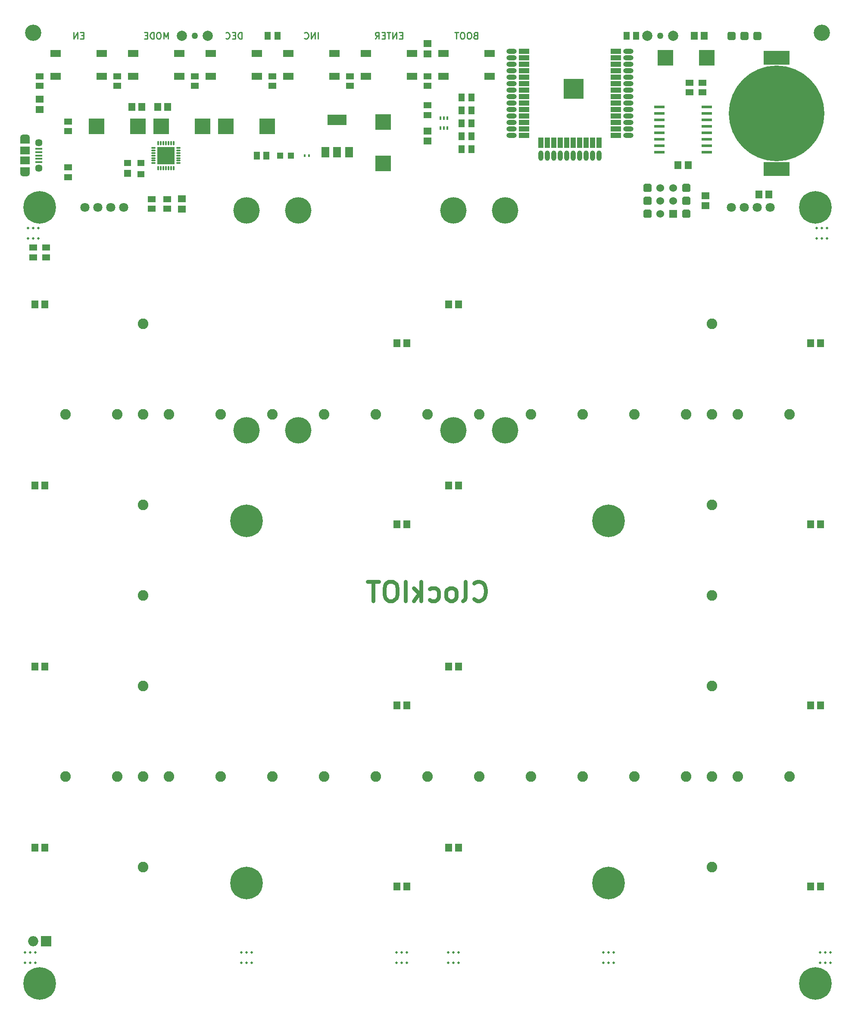
<source format=gbs>
G04 #@! TF.GenerationSoftware,KiCad,Pcbnew,5.0.0-rc2-dev-unknown-94dbcc7~63~ubuntu16.04.1*
G04 #@! TF.CreationDate,2018-04-08T19:39:25+05:30*
G04 #@! TF.ProjectId,ClockIOT,436C6F636B494F542E6B696361645F70,rev 1*
G04 #@! TF.SameCoordinates,Original*
G04 #@! TF.FileFunction,Soldermask,Bot*
G04 #@! TF.FilePolarity,Negative*
%FSLAX46Y46*%
G04 Gerber Fmt 4.6, Leading zero omitted, Abs format (unit mm)*
G04 Created by KiCad (PCBNEW 5.0.0-rc2-dev-unknown-94dbcc7~63~ubuntu16.04.1) date Sun Apr  8 19:39:25 2018*
%MOMM*%
%LPD*%
G01*
G04 APERTURE LIST*
%ADD10C,0.762000*%
%ADD11C,0.254000*%
%ADD12C,18.796000*%
%ADD13R,5.080000X2.794000*%
%ADD14C,2.000000*%
%ADD15C,1.270000*%
%ADD16R,2.100000X1.400000*%
%ADD17R,3.048000X3.048000*%
%ADD18R,1.400000X1.200000*%
%ADD19R,1.400000X1.400000*%
%ADD20R,1.900000X1.500000*%
%ADD21C,1.450000*%
%ADD22R,1.350000X0.400000*%
%ADD23O,1.900000X1.200000*%
%ADD24R,1.900000X1.200000*%
%ADD25C,0.800000*%
%ADD26C,6.400000*%
%ADD27O,0.850000X0.300000*%
%ADD28O,0.300000X0.850000*%
%ADD29R,1.675000X1.675000*%
%ADD30R,1.498600X1.300480*%
%ADD31R,1.550000X1.350000*%
%ADD32C,3.200000*%
%ADD33R,1.350000X1.550000*%
%ADD34R,1.500000X2.000000*%
%ADD35R,3.800000X2.000000*%
%ADD36R,1.300480X1.498600*%
%ADD37R,0.400000X0.650000*%
%ADD38C,0.127000*%
%ADD39C,1.600000*%
%ADD40R,1.998980X0.599440*%
%ADD41C,5.200000*%
%ADD42C,1.524000*%
%ADD43R,1.524000X1.524000*%
%ADD44C,1.800000*%
%ADD45R,0.400000X0.600000*%
%ADD46O,1.000000X2.000000*%
%ADD47O,2.000000X1.000000*%
%ADD48R,4.000000X4.000000*%
%ADD49R,2.000000X1.000000*%
%ADD50R,1.000000X2.000000*%
%ADD51R,1.198880X1.198880*%
%ADD52C,0.508000*%
%ADD53R,2.000000X2.000000*%
%ADD54O,2.000000X2.000000*%
%ADD55C,2.082800*%
G04 APERTURE END LIST*
D10*
X140516428Y-164555714D02*
X140697857Y-164737142D01*
X141242142Y-164918571D01*
X141605000Y-164918571D01*
X142149285Y-164737142D01*
X142512142Y-164374285D01*
X142693571Y-164011428D01*
X142875000Y-163285714D01*
X142875000Y-162741428D01*
X142693571Y-162015714D01*
X142512142Y-161652857D01*
X142149285Y-161290000D01*
X141605000Y-161108571D01*
X141242142Y-161108571D01*
X140697857Y-161290000D01*
X140516428Y-161471428D01*
X138339285Y-164918571D02*
X138702142Y-164737142D01*
X138883571Y-164374285D01*
X138883571Y-161108571D01*
X136343571Y-164918571D02*
X136706428Y-164737142D01*
X136887857Y-164555714D01*
X137069285Y-164192857D01*
X137069285Y-163104285D01*
X136887857Y-162741428D01*
X136706428Y-162560000D01*
X136343571Y-162378571D01*
X135799285Y-162378571D01*
X135436428Y-162560000D01*
X135255000Y-162741428D01*
X135073571Y-163104285D01*
X135073571Y-164192857D01*
X135255000Y-164555714D01*
X135436428Y-164737142D01*
X135799285Y-164918571D01*
X136343571Y-164918571D01*
X131807857Y-164737142D02*
X132170714Y-164918571D01*
X132896428Y-164918571D01*
X133259285Y-164737142D01*
X133440714Y-164555714D01*
X133622142Y-164192857D01*
X133622142Y-163104285D01*
X133440714Y-162741428D01*
X133259285Y-162560000D01*
X132896428Y-162378571D01*
X132170714Y-162378571D01*
X131807857Y-162560000D01*
X130175000Y-164918571D02*
X130175000Y-161108571D01*
X129812142Y-163467142D02*
X128723571Y-164918571D01*
X128723571Y-162378571D02*
X130175000Y-163830000D01*
X127090714Y-164918571D02*
X127090714Y-161108571D01*
X124550714Y-161108571D02*
X123825000Y-161108571D01*
X123462142Y-161290000D01*
X123099285Y-161652857D01*
X122917857Y-162378571D01*
X122917857Y-163648571D01*
X123099285Y-164374285D01*
X123462142Y-164737142D01*
X123825000Y-164918571D01*
X124550714Y-164918571D01*
X124913571Y-164737142D01*
X125276428Y-164374285D01*
X125457857Y-163648571D01*
X125457857Y-162378571D01*
X125276428Y-161652857D01*
X124913571Y-161290000D01*
X124550714Y-161108571D01*
X121829285Y-161108571D02*
X119652142Y-161108571D01*
X120740714Y-164918571D02*
X120740714Y-161108571D01*
D11*
X140788571Y-53884285D02*
X140607142Y-53944761D01*
X140546666Y-54005238D01*
X140486190Y-54126190D01*
X140486190Y-54307619D01*
X140546666Y-54428571D01*
X140607142Y-54489047D01*
X140728095Y-54549523D01*
X141211904Y-54549523D01*
X141211904Y-53279523D01*
X140788571Y-53279523D01*
X140667619Y-53340000D01*
X140607142Y-53400476D01*
X140546666Y-53521428D01*
X140546666Y-53642380D01*
X140607142Y-53763333D01*
X140667619Y-53823809D01*
X140788571Y-53884285D01*
X141211904Y-53884285D01*
X139700000Y-53279523D02*
X139458095Y-53279523D01*
X139337142Y-53340000D01*
X139216190Y-53460952D01*
X139155714Y-53702857D01*
X139155714Y-54126190D01*
X139216190Y-54368095D01*
X139337142Y-54489047D01*
X139458095Y-54549523D01*
X139700000Y-54549523D01*
X139820952Y-54489047D01*
X139941904Y-54368095D01*
X140002380Y-54126190D01*
X140002380Y-53702857D01*
X139941904Y-53460952D01*
X139820952Y-53340000D01*
X139700000Y-53279523D01*
X138369523Y-53279523D02*
X138127619Y-53279523D01*
X138006666Y-53340000D01*
X137885714Y-53460952D01*
X137825238Y-53702857D01*
X137825238Y-54126190D01*
X137885714Y-54368095D01*
X138006666Y-54489047D01*
X138127619Y-54549523D01*
X138369523Y-54549523D01*
X138490476Y-54489047D01*
X138611428Y-54368095D01*
X138671904Y-54126190D01*
X138671904Y-53702857D01*
X138611428Y-53460952D01*
X138490476Y-53340000D01*
X138369523Y-53279523D01*
X137462380Y-53279523D02*
X136736666Y-53279523D01*
X137099523Y-54549523D02*
X137099523Y-53279523D01*
X126455714Y-53884285D02*
X126032380Y-53884285D01*
X125850952Y-54549523D02*
X126455714Y-54549523D01*
X126455714Y-53279523D01*
X125850952Y-53279523D01*
X125306666Y-54549523D02*
X125306666Y-53279523D01*
X124580952Y-54549523D01*
X124580952Y-53279523D01*
X124157619Y-53279523D02*
X123431904Y-53279523D01*
X123794761Y-54549523D02*
X123794761Y-53279523D01*
X123008571Y-53884285D02*
X122585238Y-53884285D01*
X122403809Y-54549523D02*
X123008571Y-54549523D01*
X123008571Y-53279523D01*
X122403809Y-53279523D01*
X121133809Y-54549523D02*
X121557142Y-53944761D01*
X121859523Y-54549523D02*
X121859523Y-53279523D01*
X121375714Y-53279523D01*
X121254761Y-53340000D01*
X121194285Y-53400476D01*
X121133809Y-53521428D01*
X121133809Y-53702857D01*
X121194285Y-53823809D01*
X121254761Y-53884285D01*
X121375714Y-53944761D01*
X121859523Y-53944761D01*
X109885238Y-54549523D02*
X109885238Y-53279523D01*
X109280476Y-54549523D02*
X109280476Y-53279523D01*
X108554761Y-54549523D01*
X108554761Y-53279523D01*
X107224285Y-54428571D02*
X107284761Y-54489047D01*
X107466190Y-54549523D01*
X107587142Y-54549523D01*
X107768571Y-54489047D01*
X107889523Y-54368095D01*
X107950000Y-54247142D01*
X108010476Y-54005238D01*
X108010476Y-53823809D01*
X107950000Y-53581904D01*
X107889523Y-53460952D01*
X107768571Y-53340000D01*
X107587142Y-53279523D01*
X107466190Y-53279523D01*
X107284761Y-53340000D01*
X107224285Y-53400476D01*
X94887142Y-54549523D02*
X94887142Y-53279523D01*
X94584761Y-53279523D01*
X94403333Y-53340000D01*
X94282380Y-53460952D01*
X94221904Y-53581904D01*
X94161428Y-53823809D01*
X94161428Y-54005238D01*
X94221904Y-54247142D01*
X94282380Y-54368095D01*
X94403333Y-54489047D01*
X94584761Y-54549523D01*
X94887142Y-54549523D01*
X93617142Y-53884285D02*
X93193809Y-53884285D01*
X93012380Y-54549523D02*
X93617142Y-54549523D01*
X93617142Y-53279523D01*
X93012380Y-53279523D01*
X91742380Y-54428571D02*
X91802857Y-54489047D01*
X91984285Y-54549523D01*
X92105238Y-54549523D01*
X92286666Y-54489047D01*
X92407619Y-54368095D01*
X92468095Y-54247142D01*
X92528571Y-54005238D01*
X92528571Y-53823809D01*
X92468095Y-53581904D01*
X92407619Y-53460952D01*
X92286666Y-53340000D01*
X92105238Y-53279523D01*
X91984285Y-53279523D01*
X91802857Y-53340000D01*
X91742380Y-53400476D01*
X80403095Y-54549523D02*
X80403095Y-53279523D01*
X79979761Y-54186666D01*
X79556428Y-53279523D01*
X79556428Y-54549523D01*
X78709761Y-53279523D02*
X78467857Y-53279523D01*
X78346904Y-53340000D01*
X78225952Y-53460952D01*
X78165476Y-53702857D01*
X78165476Y-54126190D01*
X78225952Y-54368095D01*
X78346904Y-54489047D01*
X78467857Y-54549523D01*
X78709761Y-54549523D01*
X78830714Y-54489047D01*
X78951666Y-54368095D01*
X79012142Y-54126190D01*
X79012142Y-53702857D01*
X78951666Y-53460952D01*
X78830714Y-53340000D01*
X78709761Y-53279523D01*
X77621190Y-54549523D02*
X77621190Y-53279523D01*
X77318809Y-53279523D01*
X77137380Y-53340000D01*
X77016428Y-53460952D01*
X76955952Y-53581904D01*
X76895476Y-53823809D01*
X76895476Y-54005238D01*
X76955952Y-54247142D01*
X77016428Y-54368095D01*
X77137380Y-54489047D01*
X77318809Y-54549523D01*
X77621190Y-54549523D01*
X76351190Y-53884285D02*
X75927857Y-53884285D01*
X75746428Y-54549523D02*
X76351190Y-54549523D01*
X76351190Y-53279523D01*
X75746428Y-53279523D01*
X63802380Y-53884285D02*
X63379047Y-53884285D01*
X63197619Y-54549523D02*
X63802380Y-54549523D01*
X63802380Y-53279523D01*
X63197619Y-53279523D01*
X62653333Y-54549523D02*
X62653333Y-53279523D01*
X61927619Y-54549523D01*
X61927619Y-53279523D01*
D12*
X200025000Y-69215000D03*
D13*
X200025000Y-58293000D03*
X200025000Y-80137000D03*
D14*
X83185000Y-53975000D03*
X88265000Y-53975000D03*
D15*
X85725000Y-53975000D03*
D14*
X179705000Y-53975000D03*
X174625000Y-53975000D03*
D15*
X177165000Y-53975000D03*
D16*
X88795000Y-57440000D03*
X97895000Y-57440000D03*
X97895000Y-61940000D03*
X88795000Y-61940000D03*
D17*
X91821000Y-71755000D03*
X99949000Y-71755000D03*
D18*
X75087000Y-81110000D03*
X75087000Y-78910000D03*
X72487000Y-78910000D03*
D19*
X72487000Y-81010000D03*
D20*
X52355000Y-76470000D03*
D21*
X55055000Y-79970000D03*
D22*
X55055000Y-78120000D03*
X55055000Y-78770000D03*
X55055000Y-76170000D03*
X55055000Y-76820000D03*
X55055000Y-77470000D03*
D21*
X55055000Y-74970000D03*
D20*
X52355000Y-78470000D03*
D23*
X52355000Y-80970000D03*
X52355000Y-73970000D03*
D24*
X52355000Y-74570000D03*
X52355000Y-80370000D03*
D25*
X56942056Y-85932944D03*
X55245000Y-85230000D03*
X53547944Y-85932944D03*
X52845000Y-87630000D03*
X53547944Y-89327056D03*
X55245000Y-90030000D03*
X56942056Y-89327056D03*
X57645000Y-87630000D03*
D26*
X55245000Y-87630000D03*
D16*
X73555000Y-57440000D03*
X82655000Y-57440000D03*
X82655000Y-61940000D03*
X73555000Y-61940000D03*
D17*
X186309000Y-58293000D03*
X178181000Y-58293000D03*
D25*
X80010000Y-77470000D03*
X79375000Y-76835000D03*
X80645000Y-76835000D03*
X80645000Y-78105000D03*
X79375000Y-78105000D03*
D27*
X77560000Y-78970000D03*
X77560000Y-78470000D03*
X77560000Y-77970000D03*
X77560000Y-77470000D03*
X77560000Y-76970000D03*
X77560000Y-76470000D03*
X77560000Y-75970000D03*
D28*
X78510000Y-75020000D03*
X79010000Y-75020000D03*
X79510000Y-75020000D03*
X80010000Y-75020000D03*
X80510000Y-75020000D03*
X81010000Y-75020000D03*
X81510000Y-75020000D03*
D27*
X82460000Y-75970000D03*
X82460000Y-76470000D03*
X82460000Y-76970000D03*
X82460000Y-77470000D03*
X82460000Y-77970000D03*
X82460000Y-78470000D03*
X82460000Y-78970000D03*
D28*
X81510000Y-79920000D03*
X81010000Y-79920000D03*
X80510000Y-79920000D03*
X80010000Y-79920000D03*
X79510000Y-79920000D03*
X79010000Y-79920000D03*
X78510000Y-79920000D03*
D29*
X80847500Y-76632500D03*
X80847500Y-78307500D03*
X79172500Y-76632500D03*
X79172500Y-78307500D03*
D30*
X70485000Y-61912500D03*
X70485000Y-63817500D03*
X85725000Y-61912500D03*
X85725000Y-63817500D03*
D31*
X83185000Y-87995000D03*
X83185000Y-85995000D03*
D16*
X143615000Y-61940000D03*
X134515000Y-61940000D03*
X134515000Y-57440000D03*
X143615000Y-57440000D03*
D32*
X53975000Y-53340000D03*
X208915000Y-53340000D03*
D17*
X122682000Y-78994000D03*
X122682000Y-70866000D03*
D33*
X182610000Y-79375000D03*
X180610000Y-79375000D03*
D30*
X100965000Y-61912500D03*
X100965000Y-63817500D03*
X116205000Y-61912500D03*
X116205000Y-63817500D03*
X80250000Y-86047500D03*
X80250000Y-87952500D03*
D34*
X115965000Y-76810000D03*
X111365000Y-76810000D03*
X113665000Y-76810000D03*
D35*
X113665000Y-70510000D03*
D36*
X140017500Y-68580000D03*
X138112500Y-68580000D03*
X138112500Y-71120000D03*
X140017500Y-71120000D03*
X140017500Y-73660000D03*
X138112500Y-73660000D03*
X140017500Y-76200000D03*
X138112500Y-76200000D03*
D30*
X131445000Y-63817500D03*
X131445000Y-61912500D03*
X55245000Y-63817500D03*
X55245000Y-61912500D03*
D36*
X97853500Y-77470000D03*
X99758500Y-77470000D03*
D30*
X131445000Y-67627500D03*
X131445000Y-69532500D03*
D37*
X133970000Y-72070000D03*
X135270000Y-72070000D03*
X134620000Y-70170000D03*
X134620000Y-72070000D03*
X135270000Y-70170000D03*
X133970000Y-70170000D03*
D33*
X183785000Y-53975000D03*
X185785000Y-53975000D03*
X78375000Y-67945000D03*
X80375000Y-67945000D03*
D17*
X87249000Y-71755000D03*
X79121000Y-71755000D03*
D33*
X75295000Y-67945000D03*
X73295000Y-67945000D03*
D17*
X66421000Y-71755000D03*
X74549000Y-71755000D03*
D31*
X131445000Y-57515000D03*
X131445000Y-55515000D03*
X55245000Y-66437000D03*
X55245000Y-68437000D03*
D30*
X77250000Y-86047500D03*
X77250000Y-87952500D03*
X185420000Y-63182500D03*
X185420000Y-65087500D03*
X182880000Y-63182500D03*
X182880000Y-65087500D03*
D38*
G36*
X191574207Y-53176926D02*
X191613036Y-53182686D01*
X191651114Y-53192224D01*
X191688073Y-53205448D01*
X191723559Y-53222231D01*
X191757228Y-53242412D01*
X191788757Y-53265796D01*
X191817843Y-53292157D01*
X191844204Y-53321243D01*
X191867588Y-53352772D01*
X191887769Y-53386441D01*
X191904552Y-53421927D01*
X191917776Y-53458886D01*
X191927314Y-53496964D01*
X191933074Y-53535793D01*
X191935000Y-53575000D01*
X191935000Y-54375000D01*
X191933074Y-54414207D01*
X191927314Y-54453036D01*
X191917776Y-54491114D01*
X191904552Y-54528073D01*
X191887769Y-54563559D01*
X191867588Y-54597228D01*
X191844204Y-54628757D01*
X191817843Y-54657843D01*
X191788757Y-54684204D01*
X191757228Y-54707588D01*
X191723559Y-54727769D01*
X191688073Y-54744552D01*
X191651114Y-54757776D01*
X191613036Y-54767314D01*
X191574207Y-54773074D01*
X191535000Y-54775000D01*
X190735000Y-54775000D01*
X190695793Y-54773074D01*
X190656964Y-54767314D01*
X190618886Y-54757776D01*
X190581927Y-54744552D01*
X190546441Y-54727769D01*
X190512772Y-54707588D01*
X190481243Y-54684204D01*
X190452157Y-54657843D01*
X190425796Y-54628757D01*
X190402412Y-54597228D01*
X190382231Y-54563559D01*
X190365448Y-54528073D01*
X190352224Y-54491114D01*
X190342686Y-54453036D01*
X190336926Y-54414207D01*
X190335000Y-54375000D01*
X190335000Y-53575000D01*
X190336926Y-53535793D01*
X190342686Y-53496964D01*
X190352224Y-53458886D01*
X190365448Y-53421927D01*
X190382231Y-53386441D01*
X190402412Y-53352772D01*
X190425796Y-53321243D01*
X190452157Y-53292157D01*
X190481243Y-53265796D01*
X190512772Y-53242412D01*
X190546441Y-53222231D01*
X190581927Y-53205448D01*
X190618886Y-53192224D01*
X190656964Y-53182686D01*
X190695793Y-53176926D01*
X190735000Y-53175000D01*
X191535000Y-53175000D01*
X191574207Y-53176926D01*
X191574207Y-53176926D01*
G37*
D39*
X191135000Y-53975000D03*
D16*
X104035000Y-57440000D03*
X113135000Y-57440000D03*
X113135000Y-61940000D03*
X104035000Y-61940000D03*
D25*
X209342056Y-85932944D03*
X207645000Y-85230000D03*
X205947944Y-85932944D03*
X205245000Y-87630000D03*
X205947944Y-89327056D03*
X207645000Y-90030000D03*
X209342056Y-89327056D03*
X210045000Y-87630000D03*
D26*
X207645000Y-87630000D03*
D40*
X176959260Y-67945000D03*
X176959260Y-69215000D03*
X176959260Y-70485000D03*
X176959260Y-71755000D03*
X176959260Y-73025000D03*
X176959260Y-74295000D03*
X176959260Y-75565000D03*
X176959260Y-76835000D03*
X186260740Y-76835000D03*
X186260740Y-75565000D03*
X186260740Y-74295000D03*
X186260740Y-73025000D03*
X186260740Y-71755000D03*
X186260740Y-70485000D03*
X186260740Y-69215000D03*
X186260740Y-67945000D03*
D16*
X67415000Y-61940000D03*
X58315000Y-61940000D03*
X58315000Y-57440000D03*
X67415000Y-57440000D03*
D41*
X136525000Y-88265000D03*
X146685000Y-88265000D03*
D38*
G36*
X182684207Y-88101926D02*
X182723036Y-88107686D01*
X182761114Y-88117224D01*
X182798073Y-88130448D01*
X182833559Y-88147231D01*
X182867228Y-88167412D01*
X182898757Y-88190796D01*
X182927843Y-88217157D01*
X182954204Y-88246243D01*
X182977588Y-88277772D01*
X182997769Y-88311441D01*
X183014552Y-88346927D01*
X183027776Y-88383886D01*
X183037314Y-88421964D01*
X183043074Y-88460793D01*
X183045000Y-88500000D01*
X183045000Y-89300000D01*
X183043074Y-89339207D01*
X183037314Y-89378036D01*
X183027776Y-89416114D01*
X183014552Y-89453073D01*
X182997769Y-89488559D01*
X182977588Y-89522228D01*
X182954204Y-89553757D01*
X182927843Y-89582843D01*
X182898757Y-89609204D01*
X182867228Y-89632588D01*
X182833559Y-89652769D01*
X182798073Y-89669552D01*
X182761114Y-89682776D01*
X182723036Y-89692314D01*
X182684207Y-89698074D01*
X182645000Y-89700000D01*
X181845000Y-89700000D01*
X181805793Y-89698074D01*
X181766964Y-89692314D01*
X181728886Y-89682776D01*
X181691927Y-89669552D01*
X181656441Y-89652769D01*
X181622772Y-89632588D01*
X181591243Y-89609204D01*
X181562157Y-89582843D01*
X181535796Y-89553757D01*
X181512412Y-89522228D01*
X181492231Y-89488559D01*
X181475448Y-89453073D01*
X181462224Y-89416114D01*
X181452686Y-89378036D01*
X181446926Y-89339207D01*
X181445000Y-89300000D01*
X181445000Y-88500000D01*
X181446926Y-88460793D01*
X181452686Y-88421964D01*
X181462224Y-88383886D01*
X181475448Y-88346927D01*
X181492231Y-88311441D01*
X181512412Y-88277772D01*
X181535796Y-88246243D01*
X181562157Y-88217157D01*
X181591243Y-88190796D01*
X181622772Y-88167412D01*
X181656441Y-88147231D01*
X181691927Y-88130448D01*
X181728886Y-88117224D01*
X181766964Y-88107686D01*
X181805793Y-88101926D01*
X181845000Y-88100000D01*
X182645000Y-88100000D01*
X182684207Y-88101926D01*
X182684207Y-88101926D01*
G37*
D39*
X182245000Y-88900000D03*
D38*
G36*
X175064207Y-88101926D02*
X175103036Y-88107686D01*
X175141114Y-88117224D01*
X175178073Y-88130448D01*
X175213559Y-88147231D01*
X175247228Y-88167412D01*
X175278757Y-88190796D01*
X175307843Y-88217157D01*
X175334204Y-88246243D01*
X175357588Y-88277772D01*
X175377769Y-88311441D01*
X175394552Y-88346927D01*
X175407776Y-88383886D01*
X175417314Y-88421964D01*
X175423074Y-88460793D01*
X175425000Y-88500000D01*
X175425000Y-89300000D01*
X175423074Y-89339207D01*
X175417314Y-89378036D01*
X175407776Y-89416114D01*
X175394552Y-89453073D01*
X175377769Y-89488559D01*
X175357588Y-89522228D01*
X175334204Y-89553757D01*
X175307843Y-89582843D01*
X175278757Y-89609204D01*
X175247228Y-89632588D01*
X175213559Y-89652769D01*
X175178073Y-89669552D01*
X175141114Y-89682776D01*
X175103036Y-89692314D01*
X175064207Y-89698074D01*
X175025000Y-89700000D01*
X174225000Y-89700000D01*
X174185793Y-89698074D01*
X174146964Y-89692314D01*
X174108886Y-89682776D01*
X174071927Y-89669552D01*
X174036441Y-89652769D01*
X174002772Y-89632588D01*
X173971243Y-89609204D01*
X173942157Y-89582843D01*
X173915796Y-89553757D01*
X173892412Y-89522228D01*
X173872231Y-89488559D01*
X173855448Y-89453073D01*
X173842224Y-89416114D01*
X173832686Y-89378036D01*
X173826926Y-89339207D01*
X173825000Y-89300000D01*
X173825000Y-88500000D01*
X173826926Y-88460793D01*
X173832686Y-88421964D01*
X173842224Y-88383886D01*
X173855448Y-88346927D01*
X173872231Y-88311441D01*
X173892412Y-88277772D01*
X173915796Y-88246243D01*
X173942157Y-88217157D01*
X173971243Y-88190796D01*
X174002772Y-88167412D01*
X174036441Y-88147231D01*
X174071927Y-88130448D01*
X174108886Y-88117224D01*
X174146964Y-88107686D01*
X174185793Y-88101926D01*
X174225000Y-88100000D01*
X175025000Y-88100000D01*
X175064207Y-88101926D01*
X175064207Y-88101926D01*
G37*
D39*
X174625000Y-88900000D03*
D38*
G36*
X182684207Y-85561926D02*
X182723036Y-85567686D01*
X182761114Y-85577224D01*
X182798073Y-85590448D01*
X182833559Y-85607231D01*
X182867228Y-85627412D01*
X182898757Y-85650796D01*
X182927843Y-85677157D01*
X182954204Y-85706243D01*
X182977588Y-85737772D01*
X182997769Y-85771441D01*
X183014552Y-85806927D01*
X183027776Y-85843886D01*
X183037314Y-85881964D01*
X183043074Y-85920793D01*
X183045000Y-85960000D01*
X183045000Y-86760000D01*
X183043074Y-86799207D01*
X183037314Y-86838036D01*
X183027776Y-86876114D01*
X183014552Y-86913073D01*
X182997769Y-86948559D01*
X182977588Y-86982228D01*
X182954204Y-87013757D01*
X182927843Y-87042843D01*
X182898757Y-87069204D01*
X182867228Y-87092588D01*
X182833559Y-87112769D01*
X182798073Y-87129552D01*
X182761114Y-87142776D01*
X182723036Y-87152314D01*
X182684207Y-87158074D01*
X182645000Y-87160000D01*
X181845000Y-87160000D01*
X181805793Y-87158074D01*
X181766964Y-87152314D01*
X181728886Y-87142776D01*
X181691927Y-87129552D01*
X181656441Y-87112769D01*
X181622772Y-87092588D01*
X181591243Y-87069204D01*
X181562157Y-87042843D01*
X181535796Y-87013757D01*
X181512412Y-86982228D01*
X181492231Y-86948559D01*
X181475448Y-86913073D01*
X181462224Y-86876114D01*
X181452686Y-86838036D01*
X181446926Y-86799207D01*
X181445000Y-86760000D01*
X181445000Y-85960000D01*
X181446926Y-85920793D01*
X181452686Y-85881964D01*
X181462224Y-85843886D01*
X181475448Y-85806927D01*
X181492231Y-85771441D01*
X181512412Y-85737772D01*
X181535796Y-85706243D01*
X181562157Y-85677157D01*
X181591243Y-85650796D01*
X181622772Y-85627412D01*
X181656441Y-85607231D01*
X181691927Y-85590448D01*
X181728886Y-85577224D01*
X181766964Y-85567686D01*
X181805793Y-85561926D01*
X181845000Y-85560000D01*
X182645000Y-85560000D01*
X182684207Y-85561926D01*
X182684207Y-85561926D01*
G37*
D39*
X182245000Y-86360000D03*
D42*
X179705000Y-83820000D03*
X177165000Y-83820000D03*
X179705000Y-86360000D03*
X177165000Y-86360000D03*
D43*
X179705000Y-88900000D03*
D42*
X177165000Y-88900000D03*
D38*
G36*
X175064207Y-85561926D02*
X175103036Y-85567686D01*
X175141114Y-85577224D01*
X175178073Y-85590448D01*
X175213559Y-85607231D01*
X175247228Y-85627412D01*
X175278757Y-85650796D01*
X175307843Y-85677157D01*
X175334204Y-85706243D01*
X175357588Y-85737772D01*
X175377769Y-85771441D01*
X175394552Y-85806927D01*
X175407776Y-85843886D01*
X175417314Y-85881964D01*
X175423074Y-85920793D01*
X175425000Y-85960000D01*
X175425000Y-86760000D01*
X175423074Y-86799207D01*
X175417314Y-86838036D01*
X175407776Y-86876114D01*
X175394552Y-86913073D01*
X175377769Y-86948559D01*
X175357588Y-86982228D01*
X175334204Y-87013757D01*
X175307843Y-87042843D01*
X175278757Y-87069204D01*
X175247228Y-87092588D01*
X175213559Y-87112769D01*
X175178073Y-87129552D01*
X175141114Y-87142776D01*
X175103036Y-87152314D01*
X175064207Y-87158074D01*
X175025000Y-87160000D01*
X174225000Y-87160000D01*
X174185793Y-87158074D01*
X174146964Y-87152314D01*
X174108886Y-87142776D01*
X174071927Y-87129552D01*
X174036441Y-87112769D01*
X174002772Y-87092588D01*
X173971243Y-87069204D01*
X173942157Y-87042843D01*
X173915796Y-87013757D01*
X173892412Y-86982228D01*
X173872231Y-86948559D01*
X173855448Y-86913073D01*
X173842224Y-86876114D01*
X173832686Y-86838036D01*
X173826926Y-86799207D01*
X173825000Y-86760000D01*
X173825000Y-85960000D01*
X173826926Y-85920793D01*
X173832686Y-85881964D01*
X173842224Y-85843886D01*
X173855448Y-85806927D01*
X173872231Y-85771441D01*
X173892412Y-85737772D01*
X173915796Y-85706243D01*
X173942157Y-85677157D01*
X173971243Y-85650796D01*
X174002772Y-85627412D01*
X174036441Y-85607231D01*
X174071927Y-85590448D01*
X174108886Y-85577224D01*
X174146964Y-85567686D01*
X174185793Y-85561926D01*
X174225000Y-85560000D01*
X175025000Y-85560000D01*
X175064207Y-85561926D01*
X175064207Y-85561926D01*
G37*
D39*
X174625000Y-86360000D03*
D38*
G36*
X182684207Y-83021926D02*
X182723036Y-83027686D01*
X182761114Y-83037224D01*
X182798073Y-83050448D01*
X182833559Y-83067231D01*
X182867228Y-83087412D01*
X182898757Y-83110796D01*
X182927843Y-83137157D01*
X182954204Y-83166243D01*
X182977588Y-83197772D01*
X182997769Y-83231441D01*
X183014552Y-83266927D01*
X183027776Y-83303886D01*
X183037314Y-83341964D01*
X183043074Y-83380793D01*
X183045000Y-83420000D01*
X183045000Y-84220000D01*
X183043074Y-84259207D01*
X183037314Y-84298036D01*
X183027776Y-84336114D01*
X183014552Y-84373073D01*
X182997769Y-84408559D01*
X182977588Y-84442228D01*
X182954204Y-84473757D01*
X182927843Y-84502843D01*
X182898757Y-84529204D01*
X182867228Y-84552588D01*
X182833559Y-84572769D01*
X182798073Y-84589552D01*
X182761114Y-84602776D01*
X182723036Y-84612314D01*
X182684207Y-84618074D01*
X182645000Y-84620000D01*
X181845000Y-84620000D01*
X181805793Y-84618074D01*
X181766964Y-84612314D01*
X181728886Y-84602776D01*
X181691927Y-84589552D01*
X181656441Y-84572769D01*
X181622772Y-84552588D01*
X181591243Y-84529204D01*
X181562157Y-84502843D01*
X181535796Y-84473757D01*
X181512412Y-84442228D01*
X181492231Y-84408559D01*
X181475448Y-84373073D01*
X181462224Y-84336114D01*
X181452686Y-84298036D01*
X181446926Y-84259207D01*
X181445000Y-84220000D01*
X181445000Y-83420000D01*
X181446926Y-83380793D01*
X181452686Y-83341964D01*
X181462224Y-83303886D01*
X181475448Y-83266927D01*
X181492231Y-83231441D01*
X181512412Y-83197772D01*
X181535796Y-83166243D01*
X181562157Y-83137157D01*
X181591243Y-83110796D01*
X181622772Y-83087412D01*
X181656441Y-83067231D01*
X181691927Y-83050448D01*
X181728886Y-83037224D01*
X181766964Y-83027686D01*
X181805793Y-83021926D01*
X181845000Y-83020000D01*
X182645000Y-83020000D01*
X182684207Y-83021926D01*
X182684207Y-83021926D01*
G37*
D39*
X182245000Y-83820000D03*
D38*
G36*
X175064207Y-83021926D02*
X175103036Y-83027686D01*
X175141114Y-83037224D01*
X175178073Y-83050448D01*
X175213559Y-83067231D01*
X175247228Y-83087412D01*
X175278757Y-83110796D01*
X175307843Y-83137157D01*
X175334204Y-83166243D01*
X175357588Y-83197772D01*
X175377769Y-83231441D01*
X175394552Y-83266927D01*
X175407776Y-83303886D01*
X175417314Y-83341964D01*
X175423074Y-83380793D01*
X175425000Y-83420000D01*
X175425000Y-84220000D01*
X175423074Y-84259207D01*
X175417314Y-84298036D01*
X175407776Y-84336114D01*
X175394552Y-84373073D01*
X175377769Y-84408559D01*
X175357588Y-84442228D01*
X175334204Y-84473757D01*
X175307843Y-84502843D01*
X175278757Y-84529204D01*
X175247228Y-84552588D01*
X175213559Y-84572769D01*
X175178073Y-84589552D01*
X175141114Y-84602776D01*
X175103036Y-84612314D01*
X175064207Y-84618074D01*
X175025000Y-84620000D01*
X174225000Y-84620000D01*
X174185793Y-84618074D01*
X174146964Y-84612314D01*
X174108886Y-84602776D01*
X174071927Y-84589552D01*
X174036441Y-84572769D01*
X174002772Y-84552588D01*
X173971243Y-84529204D01*
X173942157Y-84502843D01*
X173915796Y-84473757D01*
X173892412Y-84442228D01*
X173872231Y-84408559D01*
X173855448Y-84373073D01*
X173842224Y-84336114D01*
X173832686Y-84298036D01*
X173826926Y-84259207D01*
X173825000Y-84220000D01*
X173825000Y-83420000D01*
X173826926Y-83380793D01*
X173832686Y-83341964D01*
X173842224Y-83303886D01*
X173855448Y-83266927D01*
X173872231Y-83231441D01*
X173892412Y-83197772D01*
X173915796Y-83166243D01*
X173942157Y-83137157D01*
X173971243Y-83110796D01*
X174002772Y-83087412D01*
X174036441Y-83067231D01*
X174071927Y-83050448D01*
X174108886Y-83037224D01*
X174146964Y-83027686D01*
X174185793Y-83021926D01*
X174225000Y-83020000D01*
X175025000Y-83020000D01*
X175064207Y-83021926D01*
X175064207Y-83021926D01*
G37*
D39*
X174625000Y-83820000D03*
D31*
X186055000Y-87360000D03*
X186055000Y-85360000D03*
D38*
G36*
X196654207Y-53176926D02*
X196693036Y-53182686D01*
X196731114Y-53192224D01*
X196768073Y-53205448D01*
X196803559Y-53222231D01*
X196837228Y-53242412D01*
X196868757Y-53265796D01*
X196897843Y-53292157D01*
X196924204Y-53321243D01*
X196947588Y-53352772D01*
X196967769Y-53386441D01*
X196984552Y-53421927D01*
X196997776Y-53458886D01*
X197007314Y-53496964D01*
X197013074Y-53535793D01*
X197015000Y-53575000D01*
X197015000Y-54375000D01*
X197013074Y-54414207D01*
X197007314Y-54453036D01*
X196997776Y-54491114D01*
X196984552Y-54528073D01*
X196967769Y-54563559D01*
X196947588Y-54597228D01*
X196924204Y-54628757D01*
X196897843Y-54657843D01*
X196868757Y-54684204D01*
X196837228Y-54707588D01*
X196803559Y-54727769D01*
X196768073Y-54744552D01*
X196731114Y-54757776D01*
X196693036Y-54767314D01*
X196654207Y-54773074D01*
X196615000Y-54775000D01*
X195815000Y-54775000D01*
X195775793Y-54773074D01*
X195736964Y-54767314D01*
X195698886Y-54757776D01*
X195661927Y-54744552D01*
X195626441Y-54727769D01*
X195592772Y-54707588D01*
X195561243Y-54684204D01*
X195532157Y-54657843D01*
X195505796Y-54628757D01*
X195482412Y-54597228D01*
X195462231Y-54563559D01*
X195445448Y-54528073D01*
X195432224Y-54491114D01*
X195422686Y-54453036D01*
X195416926Y-54414207D01*
X195415000Y-54375000D01*
X195415000Y-53575000D01*
X195416926Y-53535793D01*
X195422686Y-53496964D01*
X195432224Y-53458886D01*
X195445448Y-53421927D01*
X195462231Y-53386441D01*
X195482412Y-53352772D01*
X195505796Y-53321243D01*
X195532157Y-53292157D01*
X195561243Y-53265796D01*
X195592772Y-53242412D01*
X195626441Y-53222231D01*
X195661927Y-53205448D01*
X195698886Y-53192224D01*
X195736964Y-53182686D01*
X195775793Y-53176926D01*
X195815000Y-53175000D01*
X196615000Y-53175000D01*
X196654207Y-53176926D01*
X196654207Y-53176926D01*
G37*
D39*
X196215000Y-53975000D03*
D38*
G36*
X194114207Y-53176926D02*
X194153036Y-53182686D01*
X194191114Y-53192224D01*
X194228073Y-53205448D01*
X194263559Y-53222231D01*
X194297228Y-53242412D01*
X194328757Y-53265796D01*
X194357843Y-53292157D01*
X194384204Y-53321243D01*
X194407588Y-53352772D01*
X194427769Y-53386441D01*
X194444552Y-53421927D01*
X194457776Y-53458886D01*
X194467314Y-53496964D01*
X194473074Y-53535793D01*
X194475000Y-53575000D01*
X194475000Y-54375000D01*
X194473074Y-54414207D01*
X194467314Y-54453036D01*
X194457776Y-54491114D01*
X194444552Y-54528073D01*
X194427769Y-54563559D01*
X194407588Y-54597228D01*
X194384204Y-54628757D01*
X194357843Y-54657843D01*
X194328757Y-54684204D01*
X194297228Y-54707588D01*
X194263559Y-54727769D01*
X194228073Y-54744552D01*
X194191114Y-54757776D01*
X194153036Y-54767314D01*
X194114207Y-54773074D01*
X194075000Y-54775000D01*
X193275000Y-54775000D01*
X193235793Y-54773074D01*
X193196964Y-54767314D01*
X193158886Y-54757776D01*
X193121927Y-54744552D01*
X193086441Y-54727769D01*
X193052772Y-54707588D01*
X193021243Y-54684204D01*
X192992157Y-54657843D01*
X192965796Y-54628757D01*
X192942412Y-54597228D01*
X192922231Y-54563559D01*
X192905448Y-54528073D01*
X192892224Y-54491114D01*
X192882686Y-54453036D01*
X192876926Y-54414207D01*
X192875000Y-54375000D01*
X192875000Y-53575000D01*
X192876926Y-53535793D01*
X192882686Y-53496964D01*
X192892224Y-53458886D01*
X192905448Y-53421927D01*
X192922231Y-53386441D01*
X192942412Y-53352772D01*
X192965796Y-53321243D01*
X192992157Y-53292157D01*
X193021243Y-53265796D01*
X193052772Y-53242412D01*
X193086441Y-53222231D01*
X193121927Y-53205448D01*
X193158886Y-53192224D01*
X193196964Y-53182686D01*
X193235793Y-53176926D01*
X193275000Y-53175000D01*
X194075000Y-53175000D01*
X194114207Y-53176926D01*
X194114207Y-53176926D01*
G37*
D39*
X193675000Y-53975000D03*
D44*
X64135000Y-87630000D03*
X66675000Y-87630000D03*
X69215000Y-87630000D03*
X71755000Y-87630000D03*
X191135000Y-87630000D03*
X193675000Y-87630000D03*
X196215000Y-87630000D03*
X198755000Y-87630000D03*
D33*
X196485000Y-85090000D03*
X198485000Y-85090000D03*
D41*
X106045000Y-88265000D03*
X95885000Y-88265000D03*
D45*
X108146000Y-77470000D03*
X107246000Y-77470000D03*
D46*
X158750000Y-77480000D03*
X153670000Y-77480000D03*
X154940000Y-77480000D03*
X156210000Y-77480000D03*
X157480000Y-77480000D03*
X160020000Y-77480000D03*
X161290000Y-77480000D03*
X162560000Y-77480000D03*
X163830000Y-77480000D03*
X165100000Y-77480000D03*
D47*
X147885000Y-59520000D03*
X147885000Y-70950000D03*
X147885000Y-62060000D03*
X147885000Y-64600000D03*
X147885000Y-65870000D03*
X147885000Y-72220000D03*
X147885000Y-73490000D03*
X147885000Y-63330000D03*
X147885000Y-69680000D03*
X147885000Y-56980000D03*
X147885000Y-60790000D03*
X147885000Y-68410000D03*
X147885000Y-67140000D03*
X147885000Y-58250000D03*
X170885000Y-73490000D03*
X170885000Y-72220000D03*
X170885000Y-70950000D03*
X170885000Y-69680000D03*
X170885000Y-68410000D03*
X170885000Y-67140000D03*
X170885000Y-65870000D03*
X170885000Y-64600000D03*
X170885000Y-63330000D03*
X170885000Y-62060000D03*
X170885000Y-60790000D03*
X170885000Y-59520000D03*
X170885000Y-58250000D03*
X170885000Y-56980000D03*
D48*
X160085000Y-64380000D03*
D49*
X150385000Y-56980000D03*
X150385000Y-58250000D03*
X150385000Y-59520000D03*
X150385000Y-60790000D03*
X150385000Y-62060000D03*
X150385000Y-63330000D03*
X150385000Y-64600000D03*
X150385000Y-65870000D03*
X150385000Y-67140000D03*
X150385000Y-68410000D03*
X150385000Y-69680000D03*
X150385000Y-70950000D03*
X150385000Y-72220000D03*
X150385000Y-73490000D03*
D50*
X153670000Y-74980000D03*
X154940000Y-74980000D03*
X156210000Y-74980000D03*
X157480000Y-74980000D03*
X158750000Y-74980000D03*
X160020000Y-74980000D03*
X161290000Y-74980000D03*
X162560000Y-74980000D03*
X163830000Y-74980000D03*
X165100000Y-74980000D03*
D49*
X168385000Y-73490000D03*
X168385000Y-72220000D03*
X168385000Y-70950000D03*
X168385000Y-69680000D03*
X168385000Y-68410000D03*
X168385000Y-67140000D03*
X168385000Y-65870000D03*
X168385000Y-64600000D03*
X168385000Y-63330000D03*
X168385000Y-62060000D03*
X168385000Y-60790000D03*
X168385000Y-59520000D03*
X168385000Y-58250000D03*
X168385000Y-56980000D03*
D36*
X140017500Y-66040000D03*
X138112500Y-66040000D03*
D31*
X131445000Y-72660000D03*
X131445000Y-74660000D03*
D16*
X119275000Y-57440000D03*
X128375000Y-57440000D03*
X128375000Y-61940000D03*
X119275000Y-61940000D03*
D51*
X102455980Y-77470000D03*
X104554020Y-77470000D03*
D33*
X56245000Y-177800000D03*
X54245000Y-177800000D03*
X137525000Y-142240000D03*
X135525000Y-142240000D03*
X56245000Y-106680000D03*
X54245000Y-106680000D03*
D26*
X55245000Y-240030000D03*
D25*
X57645000Y-240030000D03*
X56942056Y-241727056D03*
X55245000Y-242430000D03*
X53547944Y-241727056D03*
X52845000Y-240030000D03*
X53547944Y-238332944D03*
X55245000Y-237630000D03*
X56942056Y-238332944D03*
D26*
X207645000Y-240030000D03*
D25*
X210045000Y-240030000D03*
X209342056Y-241727056D03*
X207645000Y-242430000D03*
X205947944Y-241727056D03*
X205245000Y-240030000D03*
X205947944Y-238332944D03*
X207645000Y-237630000D03*
X209342056Y-238332944D03*
D26*
X95885000Y-149225000D03*
D25*
X98285000Y-149225000D03*
X97582056Y-150922056D03*
X95885000Y-151625000D03*
X94187944Y-150922056D03*
X93485000Y-149225000D03*
X94187944Y-147527944D03*
X95885000Y-146825000D03*
X97582056Y-147527944D03*
D26*
X167005000Y-149225000D03*
D25*
X169405000Y-149225000D03*
X168702056Y-150922056D03*
X167005000Y-151625000D03*
X165307944Y-150922056D03*
X164605000Y-149225000D03*
X165307944Y-147527944D03*
X167005000Y-146825000D03*
X168702056Y-147527944D03*
D26*
X167005000Y-220345000D03*
D25*
X169405000Y-220345000D03*
X168702056Y-222042056D03*
X167005000Y-222745000D03*
X165307944Y-222042056D03*
X164605000Y-220345000D03*
X165307944Y-218647944D03*
X167005000Y-217945000D03*
X168702056Y-218647944D03*
D26*
X95885000Y-220345000D03*
D25*
X98285000Y-220345000D03*
X97582056Y-222042056D03*
X95885000Y-222745000D03*
X94187944Y-222042056D03*
X93485000Y-220345000D03*
X94187944Y-218647944D03*
X95885000Y-217945000D03*
X97582056Y-218647944D03*
D41*
X95885000Y-131445000D03*
X106045000Y-131445000D03*
X146685000Y-131445000D03*
X136525000Y-131445000D03*
D52*
X53975000Y-91694000D03*
X53975000Y-93726000D03*
X54991000Y-91694000D03*
X52959000Y-91694000D03*
X52959000Y-93726000D03*
X54991000Y-93726000D03*
X208915000Y-91694000D03*
X208915000Y-93726000D03*
X209931000Y-91694000D03*
X207899000Y-91694000D03*
X207899000Y-93726000D03*
X209931000Y-93726000D03*
X53340000Y-233934000D03*
X53340000Y-235966000D03*
X54356000Y-233934000D03*
X52324000Y-233934000D03*
X52324000Y-235966000D03*
X54356000Y-235966000D03*
X95885000Y-233934000D03*
X95885000Y-235966000D03*
X96901000Y-233934000D03*
X94869000Y-233934000D03*
X94869000Y-235966000D03*
X96901000Y-235966000D03*
X126365000Y-233934000D03*
X126365000Y-235966000D03*
X127381000Y-233934000D03*
X125349000Y-233934000D03*
X125349000Y-235966000D03*
X127381000Y-235966000D03*
X136525000Y-233934000D03*
X136525000Y-235966000D03*
X137541000Y-233934000D03*
X135509000Y-233934000D03*
X135509000Y-235966000D03*
X137541000Y-235966000D03*
X167005000Y-233934000D03*
X167005000Y-235966000D03*
X168021000Y-233934000D03*
X165989000Y-233934000D03*
X165989000Y-235966000D03*
X168021000Y-235966000D03*
X209550000Y-233934000D03*
X209550000Y-235966000D03*
X210566000Y-233934000D03*
X208534000Y-233934000D03*
X208534000Y-235966000D03*
X210566000Y-235966000D03*
D53*
X56515000Y-231775000D03*
D54*
X53975000Y-231775000D03*
D30*
X53975000Y-97472500D03*
X53975000Y-95567500D03*
X56515000Y-97472500D03*
X56515000Y-95567500D03*
D36*
X101917500Y-53975000D03*
X100012500Y-53975000D03*
X170497500Y-53975000D03*
X172402500Y-53975000D03*
D55*
X187325000Y-217170000D03*
X187325000Y-199390000D03*
X187325000Y-181610000D03*
X187325000Y-163830000D03*
X187325000Y-146050000D03*
X187325000Y-128270000D03*
X187325000Y-110490000D03*
X75565000Y-217170000D03*
X75565000Y-199390000D03*
X75565000Y-181610000D03*
X75565000Y-163830000D03*
X75565000Y-146050000D03*
X75565000Y-128270000D03*
X75565000Y-110490000D03*
X202565000Y-199390000D03*
X192405000Y-199390000D03*
X182245000Y-199390000D03*
X172085000Y-199390000D03*
X161925000Y-199390000D03*
X151765000Y-199390000D03*
X141605000Y-199390000D03*
X131445000Y-199390000D03*
X121285000Y-199390000D03*
X111125000Y-199390000D03*
X100965000Y-199390000D03*
X90805000Y-199390000D03*
X80645000Y-199390000D03*
X70485000Y-199390000D03*
X60325000Y-199390000D03*
X202565000Y-128270000D03*
X192405000Y-128270000D03*
X182245000Y-128270000D03*
X172085000Y-128270000D03*
X161925000Y-128270000D03*
X151765000Y-128270000D03*
X141605000Y-128270000D03*
X131445000Y-128270000D03*
X121285000Y-128270000D03*
X111125000Y-128270000D03*
X100965000Y-128270000D03*
X90805000Y-128270000D03*
X80645000Y-128270000D03*
X70485000Y-128270000D03*
X60325000Y-128270000D03*
D33*
X137525000Y-106680000D03*
X135525000Y-106680000D03*
X206645000Y-114300000D03*
X208645000Y-114300000D03*
X125365000Y-114300000D03*
X127365000Y-114300000D03*
X56245000Y-142240000D03*
X54245000Y-142240000D03*
X206645000Y-149860000D03*
X208645000Y-149860000D03*
X125365000Y-149860000D03*
X127365000Y-149860000D03*
X137525000Y-177800000D03*
X135525000Y-177800000D03*
X206645000Y-185420000D03*
X208645000Y-185420000D03*
X125365000Y-185420000D03*
X127365000Y-185420000D03*
X56245000Y-213360000D03*
X54245000Y-213360000D03*
X137525000Y-213360000D03*
X135525000Y-213360000D03*
X206645000Y-220980000D03*
X208645000Y-220980000D03*
X125365000Y-220980000D03*
X127365000Y-220980000D03*
D30*
X60833000Y-79819500D03*
X60833000Y-81724500D03*
X60833000Y-72707500D03*
X60833000Y-70802500D03*
M02*

</source>
